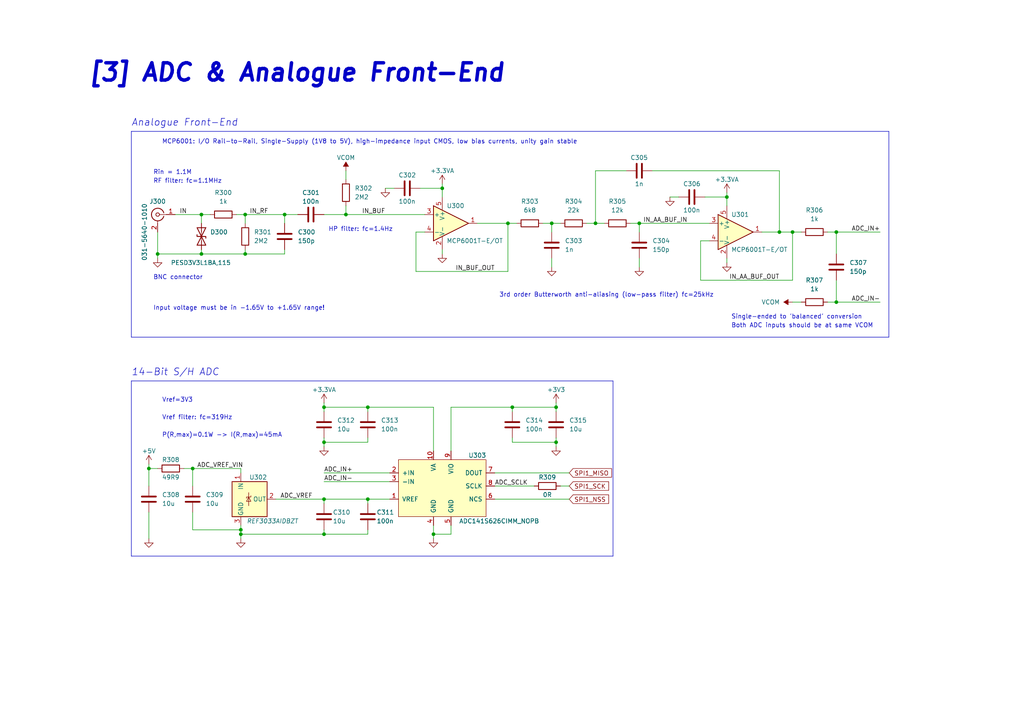
<source format=kicad_sch>
(kicad_sch (version 20230121) (generator eeschema)
  (paper "A4")
  (title_block (title "Mixed-Signal Demo PCB") (rev "0.1") (company "Phil's Lab"))
  (lib_symbols
    (symbol "Amplifier_Operational:MCP6001-OT" (pin_names (offset 0.127))
      (property "Reference" "U" (at -1.27 6.35 0))
      (property "Value" "MCP6001-OT" (at -1.27 3.81 0))
      (symbol "MCP6001-OT_0_1"
        (polyline (pts (xy -5.08 5.08) (xy 5.08 0) (xy -5.08 -5.08) (xy -5.08 5.08)) (stroke (width 0.254)) (fill (type background)))
        (pin power_in line (at -2.54 -7.62 90) (length 3.81) (name "V-") (number "2"))
        (pin power_in line (at -2.54 7.62 270) (length 3.81) (name "V+") (number "5"))
      )
      (symbol "MCP6001-OT_1_1"
        (pin output line (at 7.62 0 180) (length 2.54) (name "~") (number "1"))
        (pin input line (at -7.62 2.54 0) (length 2.54) (name "+") (number "3"))
        (pin input line (at -7.62 -2.54 0) (length 2.54) (name "-") (number "4"))
      )
    )
    (symbol "Connector:Conn_Coaxial" (pin_names (offset 1.016) hide)
      (property "Reference" "J" (at 0.254 3.048 0))
      (property "Value" "Conn_Coaxial" (at 2.921 0 90))
      (symbol "Conn_Coaxial_0_1"
        (arc (start -1.778 -0.508) (mid 0.2311 -1.8066) (end 1.778 0) (stroke (width 0.254)))
        (polyline (pts (xy -2.54 0) (xy -0.508 0)))
        (polyline (pts (xy 0 -2.54) (xy 0 -1.778)))
        (circle (center 0 0) (radius 0.508) (stroke (width 0.2032)))
        (arc (start 1.778 0) (mid 0.2099 1.8101) (end -1.778 0.508) (stroke (width 0.254)))
      )
      (symbol "Conn_Coaxial_1_1"
        (pin passive line (at -5.08 0 0) (length 2.54) (name "In") (number "1"))
        (pin passive line (at 0 -5.08 90) (length 2.54) (name "Ext") (number "2"))
      )
    )
    (symbol "Device:C" (pin_numbers hide) (pin_names (offset 0.254))
      (property "Reference" "C" (at 0.635 2.54 0))
      (property "Value" "C" (at 0.635 -2.54 0))
      (symbol "C_0_1"
        (polyline (pts (xy -2.032 -0.762) (xy 2.032 -0.762)) (stroke (width 0.508)))
        (polyline (pts (xy -2.032 0.762) (xy 2.032 0.762)) (stroke (width 0.508)))
      )
      (symbol "C_1_1"
        (pin passive line (at 0 3.81 270) (length 2.794) (name "~") (number "1"))
        (pin passive line (at 0 -3.81 90) (length 2.794) (name "~") (number "2"))
      )
    )
    (symbol "Device:D_TVS" (pin_numbers hide) (pin_names (offset 1.016) hide)
      (property "Reference" "D" (at 0 2.54 0))
      (property "Value" "D_TVS" (at 0 -2.54 0))
      (symbol "D_TVS_0_1"
        (polyline (pts (xy 1.27 0) (xy -1.27 0)))
        (polyline (pts (xy 0.508 1.27) (xy 0 1.27) (xy 0 -1.27) (xy -0.508 -1.27)) (stroke (width 0.254)))
        (polyline (pts (xy -2.54 1.27) (xy -2.54 -1.27) (xy 2.54 1.27) (xy 2.54 -1.27) (xy -2.54 1.27)) (stroke (width 0.254)))
      )
      (symbol "D_TVS_1_1"
        (pin passive line (at -3.81 0 0) (length 2.54) (name "A1") (number "1"))
        (pin passive line (at 3.81 0 180) (length 2.54) (name "A2") (number "2"))
      )
    )
    (symbol "Device:R" (pin_numbers hide) (pin_names (offset 0))
      (property "Reference" "R" (at 2.032 0 90))
      (property "Value" "R" (at 0 0 90))
      (symbol "R_0_1"
        (rectangle (start -1.016 -2.54) (end 1.016 2.54) (stroke (width 0.254)))
      )
      (symbol "R_1_1"
        (pin passive line (at 0 3.81 270) (length 1.27) (name "~") (number "1"))
        (pin passive line (at 0 -3.81 90) (length 1.27) (name "~") (number "2"))
      )
    )
    (symbol "PhilsLab-KiCad-Symbols:ADC141S626CIMM_NOPB" (pin_names (offset 1.016))
      (property "Reference" "U" (at 11.43 10.16 0))
      (property "Value" "PhilsLab-KiCad-Symbols_ADC141S626CIMM_NOPB" (at 16.51 -8.89 0))
      (symbol "ADC141S626CIMM_NOPB_0_0"
        (pin input line (at -15.24 -2.54 0) (length 2.54) (name "VREF") (number "1"))
        (pin power_in line (at -2.54 11.43 270) (length 2.54) (name "VA") (number "10"))
        (pin input line (at -15.24 5.08 0) (length 2.54) (name "+IN") (number "2"))
        (pin input line (at -15.24 2.54 0) (length 2.54) (name "-IN") (number "3"))
        (pin power_in line (at -2.54 -10.16 90) (length 2.54) (name "GND") (number "4"))
        (pin power_in line (at 2.54 -10.16 90) (length 2.54) (name "GND") (number "5"))
        (pin input line (at 15.24 -2.54 180) (length 2.54) (name "NCS") (number "6"))
        (pin output line (at 15.24 5.08 180) (length 2.54) (name "DOUT") (number "7"))
        (pin input line (at 15.24 1.27 180) (length 2.54) (name "SCLK") (number "8"))
        (pin power_in line (at 2.54 11.43 270) (length 2.54) (name "VIO") (number "9"))
      )
      (symbol "ADC141S626CIMM_NOPB_0_1"
        (rectangle (start -12.7 8.89) (end 12.7 -7.62) (fill (type background)))
      )
    )
    (symbol "Reference_Voltage:REF3033" (pin_names (offset 0.254))
      (property "Reference" "U" (at 0 6.35 0))
      (property "Value" "REF3033" (at 2.54 -6.35 0))
      (symbol "REF3033_0_1"
        (rectangle (start -5.08 5.08) (end 5.08 -5.08) (stroke (width 0.254)) (fill (type background)))
        (polyline (pts (xy -0.254 1.905) (xy -0.254 -1.905)))
        (polyline (pts (xy -0.889 -0.635) (xy 0.381 -0.635) (xy -0.254 0.635) (xy -0.889 -0.635)))
        (polyline (pts (xy 0.381 1.016) (xy 0.381 0.635) (xy -0.889 0.635) (xy -0.889 0.254)))
      )
      (symbol "REF3033_1_1"
        (pin power_in line (at -2.54 7.62 270) (length 2.54) (name "IN") (number "1"))
        (pin power_out line (at 7.62 0 180) (length 2.54) (name "OUT") (number "2"))
        (pin power_in line (at -2.54 -7.62 90) (length 2.54) (name "GND") (number "3"))
      )
    )
    (symbol "power:+3.3VA" (power) (pin_names (offset 0))
      (property "Value" "+3.3VA" (at 0 3.556 0))
      (symbol "+3.3VA_0_1"
        (polyline (pts (xy -0.762 1.27) (xy 0 2.54)))
        (polyline (pts (xy 0 0) (xy 0 2.54)))
        (polyline (pts (xy 0 2.54) (xy 0.762 1.27)))
      )
      (symbol "+3.3VA_1_1"
        (pin power_in line (at 0 0 90) (length 0) hide (name "+3.3VA") (number "1"))
      )
    )
    (symbol "power:+3V3" (power) (pin_names (offset 0))
      (property "Value" "+3V3" (at 0 3.556 0))
      (symbol "+3V3_0_1"
        (polyline (pts (xy -0.762 1.27) (xy 0 2.54)))
        (polyline (pts (xy 0 0) (xy 0 2.54)))
        (polyline (pts (xy 0 2.54) (xy 0.762 1.27)))
      )
      (symbol "+3V3_1_1"
        (pin power_in line (at 0 0 90) (length 0) hide (name "+3V3") (number "1"))
      )
    )
    (symbol "power:+5V" (power) (pin_names (offset 0))
      (property "Value" "+5V" (at 0 3.556 0))
      (symbol "+5V_0_1"
        (polyline (pts (xy -0.762 1.27) (xy 0 2.54)))
        (polyline (pts (xy 0 0) (xy 0 2.54)))
        (polyline (pts (xy 0 2.54) (xy 0.762 1.27)))
      )
      (symbol "+5V_1_1"
        (pin power_in line (at 0 0 90) (length 0) hide (name "+5V") (number "1"))
      )
    )
    (symbol "power:GND" (power) (pin_names (offset 0))
      (property "Value" "GND" (at 0 -3.81 0))
      (symbol "GND_0_1"
        (polyline (pts (xy 0 0) (xy 0 -1.27) (xy 1.27 -1.27) (xy 0 -2.54) (xy -1.27 -1.27) (xy 0 -1.27)))
      )
      (symbol "GND_1_1"
        (pin power_in line (at 0 0 270) (length 0) hide (name "GND") (number "1"))
      )
    )
    (symbol "power:VCOM" (power) (pin_names (offset 0))
      (property "Value" "VCOM" (at 0 3.81 0))
      (symbol "VCOM_0_1"
        (polyline (pts (xy 0 0) (xy 0 2.54)))
        (polyline (pts (xy 0.762 1.27) (xy -0.762 1.27) (xy 0 2.54) (xy 0.762 1.27)) (fill (type outline)))
      )
      (symbol "VCOM_1_1"
        (pin power_in line (at 0 0 90) (length 0) hide (name "VCOM") (number "1"))
      )
    )
  )
  (junction (at 210.82 57.15))
  (junction (at 242.57 87.63))
  (junction (at 43.18 135.89))
  (junction (at 161.29 118.11))
  (junction (at 45.72 73.66))
  (junction (at 100.33 62.23))
  (junction (at 185.42 64.77))
  (junction (at 93.98 128.27))
  (junction (at 125.73 154.94))
  (junction (at 58.42 73.66))
  (junction (at 71.12 62.23))
  (junction (at 55.88 135.89))
  (junction (at 148.59 118.11))
  (junction (at 82.55 62.23))
  (junction (at 106.68 118.11))
  (junction (at 58.42 62.23))
  (junction (at 69.85 153.67))
  (junction (at 69.85 154.94))
  (junction (at 128.27 54.61))
  (junction (at 229.87 67.31))
  (junction (at 93.98 154.94))
  (junction (at 71.12 73.66))
  (junction (at 226.06 67.31))
  (junction (at 172.72 64.77))
  (junction (at 147.32 64.77))
  (junction (at 106.68 144.78))
  (junction (at 161.29 128.27))
  (junction (at 242.57 67.31))
  (junction (at 160.02 64.77))
  (junction (at 93.98 118.11))
  (junction (at 93.98 144.78))
  (wire (pts (xy 55.88 148.59) (xy 55.88 153.67)))
  (wire (pts (xy 120.65 78.74) (xy 147.32 78.74)))
  (wire (pts (xy 242.57 81.28) (xy 242.57 87.63)))
  (wire (pts (xy 71.12 62.23) (xy 82.55 62.23)))
  (wire (pts (xy 100.33 49.53) (xy 100.33 52.07)))
  (wire (pts (xy 128.27 73.66) (xy 128.27 72.39)))
  (wire (pts (xy 106.68 146.05) (xy 106.68 144.78)))
  (wire (pts (xy 43.18 140.97) (xy 43.18 135.89)))
  (wire (pts (xy 185.42 64.77) (xy 182.88 64.77)))
  (wire (pts (xy 172.72 49.53) (xy 181.61 49.53)))
  (wire (pts (xy 147.32 78.74) (xy 147.32 64.77)))
  (wire (pts (xy 71.12 62.23) (xy 68.58 62.23)))
  (wire (pts (xy 205.74 69.85) (xy 203.2 69.85)))
  (polyline (pts (xy 38.1 38.1) (xy 257.81 38.1)))
  (wire (pts (xy 162.56 64.77) (xy 160.02 64.77)))
  (wire (pts (xy 229.87 67.31) (xy 226.06 67.31)))
  (wire (pts (xy 58.42 73.66) (xy 71.12 73.66)))
  (wire (pts (xy 130.81 152.4) (xy 130.81 154.94)))
  (wire (pts (xy 203.2 69.85) (xy 203.2 81.28)))
  (wire (pts (xy 58.42 72.39) (xy 58.42 73.66)))
  (wire (pts (xy 123.19 67.31) (xy 120.65 67.31)))
  (wire (pts (xy 69.85 135.89) (xy 69.85 137.16)))
  (wire (pts (xy 93.98 154.94) (xy 69.85 154.94)))
  (wire (pts (xy 86.36 62.23) (xy 82.55 62.23)))
  (wire (pts (xy 58.42 62.23) (xy 60.96 62.23)))
  (wire (pts (xy 80.01 144.78) (xy 93.98 144.78)))
  (wire (pts (xy 71.12 64.77) (xy 71.12 62.23)))
  (wire (pts (xy 93.98 154.94) (xy 106.68 154.94)))
  (wire (pts (xy 143.51 144.78) (xy 165.1 144.78)))
  (wire (pts (xy 55.88 135.89) (xy 69.85 135.89)))
  (wire (pts (xy 71.12 73.66) (xy 71.12 72.39)))
  (wire (pts (xy 161.29 116.84) (xy 161.29 118.11)))
  (wire (pts (xy 43.18 134.62) (xy 43.18 135.89)))
  (wire (pts (xy 255.27 67.31) (xy 242.57 67.31)))
  (wire (pts (xy 148.59 119.38) (xy 148.59 118.11)))
  (wire (pts (xy 160.02 74.93) (xy 160.02 77.47)))
  (wire (pts (xy 55.88 153.67) (xy 69.85 153.67)))
  (wire (pts (xy 69.85 153.67) (xy 69.85 154.94)))
  (wire (pts (xy 71.12 73.66) (xy 82.55 73.66)))
  (wire (pts (xy 55.88 140.97) (xy 55.88 135.89)))
  (wire (pts (xy 45.72 73.66) (xy 45.72 67.31)))
  (wire (pts (xy 210.82 57.15) (xy 210.82 55.88)))
  (wire (pts (xy 93.98 139.7) (xy 113.03 139.7)))
  (wire (pts (xy 43.18 135.89) (xy 45.72 135.89)))
  (wire (pts (xy 93.98 62.23) (xy 100.33 62.23)))
  (wire (pts (xy 172.72 64.77) (xy 172.72 49.53)))
  (wire (pts (xy 148.59 128.27) (xy 148.59 127)))
  (wire (pts (xy 45.72 74.93) (xy 45.72 73.66)))
  (wire (pts (xy 100.33 62.23) (xy 100.33 59.69)))
  (polyline (pts (xy 177.8 161.29) (xy 38.1 161.29)))
  (wire (pts (xy 160.02 67.31) (xy 160.02 64.77)))
  (wire (pts (xy 121.92 54.61) (xy 128.27 54.61)))
  (wire (pts (xy 125.73 156.21) (xy 125.73 154.94)))
  (wire (pts (xy 161.29 129.54) (xy 161.29 128.27)))
  (polyline (pts (xy 257.81 97.79) (xy 38.1 97.79)))
  (wire (pts (xy 143.51 137.16) (xy 165.1 137.16)))
  (wire (pts (xy 175.26 64.77) (xy 172.72 64.77)))
  (wire (pts (xy 154.94 140.97) (xy 143.51 140.97)))
  (wire (pts (xy 149.86 64.77) (xy 147.32 64.77)))
  (wire (pts (xy 58.42 64.77) (xy 58.42 62.23)))
  (wire (pts (xy 106.68 119.38) (xy 106.68 118.11)))
  (wire (pts (xy 106.68 154.94) (xy 106.68 153.67)))
  (wire (pts (xy 185.42 74.93) (xy 185.42 77.47)))
  (wire (pts (xy 226.06 67.31) (xy 220.98 67.31)))
  (wire (pts (xy 226.06 49.53) (xy 226.06 67.31)))
  (wire (pts (xy 113.03 137.16) (xy 93.98 137.16)))
  (wire (pts (xy 161.29 128.27) (xy 148.59 128.27)))
  (wire (pts (xy 93.98 128.27) (xy 106.68 128.27)))
  (wire (pts (xy 43.18 156.21) (xy 43.18 148.59)))
  (wire (pts (xy 161.29 128.27) (xy 161.29 127)))
  (wire (pts (xy 93.98 146.05) (xy 93.98 144.78)))
  (wire (pts (xy 93.98 118.11) (xy 106.68 118.11)))
  (wire (pts (xy 58.42 73.66) (xy 45.72 73.66)))
  (wire (pts (xy 232.41 67.31) (xy 229.87 67.31)))
  (wire (pts (xy 128.27 54.61) (xy 128.27 57.15)))
  (wire (pts (xy 204.47 57.15) (xy 210.82 57.15)))
  (polyline (pts (xy 38.1 110.49) (xy 177.8 110.49)))
  (wire (pts (xy 93.98 144.78) (xy 106.68 144.78)))
  (wire (pts (xy 229.87 81.28) (xy 229.87 67.31)))
  (wire (pts (xy 50.8 62.23) (xy 58.42 62.23)))
  (wire (pts (xy 172.72 64.77) (xy 170.18 64.77)))
  (polyline (pts (xy 257.81 38.1) (xy 257.81 97.79)))
  (wire (pts (xy 242.57 67.31) (xy 240.03 67.31)))
  (polyline (pts (xy 177.8 110.49) (xy 177.8 161.29)))
  (wire (pts (xy 100.33 62.23) (xy 123.19 62.23)))
  (wire (pts (xy 125.73 154.94) (xy 130.81 154.94)))
  (wire (pts (xy 205.74 64.77) (xy 185.42 64.77)))
  (wire (pts (xy 93.98 119.38) (xy 93.98 118.11)))
  (wire (pts (xy 130.81 118.11) (xy 130.81 130.81)))
  (wire (pts (xy 210.82 76.2) (xy 210.82 74.93)))
  (wire (pts (xy 161.29 119.38) (xy 161.29 118.11)))
  (wire (pts (xy 210.82 57.15) (xy 210.82 59.69)))
  (wire (pts (xy 120.65 67.31) (xy 120.65 78.74)))
  (polyline (pts (xy 38.1 110.49) (xy 38.1 161.29)))
  (wire (pts (xy 53.34 135.89) (xy 55.88 135.89)))
  (wire (pts (xy 255.27 87.63) (xy 242.57 87.63)))
  (wire (pts (xy 161.29 118.11) (xy 148.59 118.11)))
  (wire (pts (xy 93.98 118.11) (xy 93.98 116.84)))
  (wire (pts (xy 189.23 49.53) (xy 226.06 49.53)))
  (wire (pts (xy 165.1 140.97) (xy 162.56 140.97)))
  (wire (pts (xy 106.68 118.11) (xy 125.73 118.11)))
  (wire (pts (xy 194.31 57.15) (xy 196.85 57.15)))
  (wire (pts (xy 106.68 128.27) (xy 106.68 127)))
  (wire (pts (xy 93.98 154.94) (xy 93.98 153.67)))
  (wire (pts (xy 185.42 67.31) (xy 185.42 64.77)))
  (wire (pts (xy 93.98 129.54) (xy 93.98 128.27)))
  (wire (pts (xy 203.2 81.28) (xy 229.87 81.28)))
  (wire (pts (xy 147.32 64.77) (xy 138.43 64.77)))
  (polyline (pts (xy 38.1 97.79) (xy 38.1 38.1)))
  (wire (pts (xy 229.87 87.63) (xy 232.41 87.63)))
  (wire (pts (xy 128.27 54.61) (xy 128.27 53.34)))
  (wire (pts (xy 69.85 152.4) (xy 69.85 153.67)))
  (wire (pts (xy 82.55 73.66) (xy 82.55 72.39)))
  (wire (pts (xy 148.59 118.11) (xy 130.81 118.11)))
  (wire (pts (xy 69.85 154.94) (xy 69.85 156.21)))
  (wire (pts (xy 242.57 87.63) (xy 240.03 87.63)))
  (wire (pts (xy 125.73 118.11) (xy 125.73 130.81)))
  (wire (pts (xy 82.55 64.77) (xy 82.55 62.23)))
  (wire (pts (xy 242.57 73.66) (xy 242.57 67.31)))
  (wire (pts (xy 160.02 64.77) (xy 157.48 64.77)))
  (wire (pts (xy 111.76 54.61) (xy 114.3 54.61)))
  (wire (pts (xy 93.98 128.27) (xy 93.98 127)))
  (wire (pts (xy 125.73 152.4) (xy 125.73 154.94)))
  (wire (pts (xy 106.68 144.78) (xy 113.03 144.78)))
  (text "HP filter: fc=1.4Hz" (at 95.25 67.31 0) (effects (font (size 1.27 1.27)) (justify left bottom)))
  (text "Both ADC inputs should be at same VCOM" (at 212.09 95.25 0) (effects (font (size 1.27 1.27)) (justify left bottom)))
  (text "BNC connector" (at 44.45 81.28 0) (effects (font (size 1.27 1.27)) (justify left bottom)))
  (text "Rin = 1.1M" (at 44.45 50.8 0) (effects (font (size 1.27 1.27)) (justify left bottom)))
  (text "14-Bit S/H ADC" (at 38.1 109.22 0) (effects (font (size 2.0066 2.0066) italic) (justify left bottom)))
  (text "Vref filter: fc=319Hz" (at 46.99 121.92 0) (effects (font (size 1.27 1.27)) (justify left bottom)))
  (text "Input voltage must be in -1.65V to +1.65V range!" (at 44.45 90.17 0) (effects (font (size 1.27 1.27)) (justify left bottom)))
  (text "Analogue Front-End" (at 38.1 36.83 0) (effects (font (size 2.0066 2.0066) italic) (justify left bottom)))
  (text "Single-ended to 'balanced' conversion" (at 212.09 92.71 0) (effects (font (size 1.27 1.27)) (justify left bottom)))
  (text "RF filter: fc=1.1MHz" (at 44.45 53.34 0) (effects (font (size 1.27 1.27)) (justify left bottom)))
  (text "3rd order Butterworth anti-aliasing (low-pass filter) fc=25kHz" (at 144.78 86.36 0) (effects (font (size 1.27 1.27)) (justify left bottom)))
  (text "MCP6001: I/O Rail-to-Rail, Single-Supply (1V8 to 5V), high-impedance input CMOS, low bias currents, unity gain stable" (at 46.99 41.91 0) (effects (font (size 1.27 1.27)) (justify left bottom)))
  (text "P(R,max)=0.1W -> I(R,max)=45mA" (at 46.99 127 0) (effects (font (size 1.27 1.27)) (justify left bottom)))
  (text "Vref=3V3" (at 46.99 116.84 0) (effects (font (size 1.27 1.27)) (justify left bottom)))
  (text "[3] ADC & Analogue Front-End" (at 25.4 24.13 0) (effects (font (size 5.0038 5.0038) (thickness 1.0008) bold italic) (justify left bottom)))
  (label "IN_RF" (at 72.39 62.23 0))
  (label "IN_BUF_OUT" (at 143.51 78.74 180))
  (label "ADC_IN-" (at 93.98 139.7 0))
  (label "ADC_IN+" (at 255.27 67.31 180))
  (label "IN_AA_BUF_IN" (at 199.39 64.77 180))
  (label "ADC_SCLK" (at 143.51 140.97 0))
  (label "ADC_VREF" (at 81.28 144.78 0))
  (label "ADC_IN-" (at 255.27 87.63 180))
  (label "IN_BUF" (at 111.76 62.23 180))
  (label "IN_AA_BUF_OUT" (at 226.06 81.28 180))
  (label "ADC_VREF_VIN" (at 57.15 135.89 0))
  (label "ADC_IN+" (at 93.98 137.16 0))
  (label "IN" (at 52.07 62.23 0))
  (global_label "SPI1_MISO" (shape input) (at 165.1 137.16 0) (property "Intersheetrefs" "${INTERSHEET_REFS}" (effects hide)))
  (global_label "SPI1_SCK" (shape input) (at 165.1 140.97 0) (property "Intersheetrefs" "${INTERSHEET_REFS}" (effects hide)))
  (global_label "SPI1_NSS" (shape input) (at 165.1 144.78 0) (property "Intersheetrefs" "${INTERSHEET_REFS}" (effects hide)))
  (symbol (lib_id "PhilsLab-KiCad-Symbols:ADC141S626CIMM_NOPB") (at 128.27 142.24 0) (unit 1)
    (property "Reference" "U303" (at 138.43 132.08 0))
    (property "Value" "ADC141S626CIMM_NOPB" (at 144.78 151.13 0))
    (property "Footprint" "ADC141S626CIMM:SOP50P490X110-10N" (effects hide))
  )
  (symbol (lib_id "power:+3V3") (at 161.29 116.84 0) (unit 1)
    (property "Reference" "#PWR053" (effects hide))
    (property "Value" "+3V3" (at 161.29 113.03 0))
  )
  (symbol (lib_id "Device:C") (at 148.59 123.19 0) (unit 1)
    (property "Reference" "C314" (at 152.4 121.92 0) (effects (justify left)))
    (property "Value" "100n" (at 152.4 124.46 0) (effects (justify left)))
    (property "Footprint" "Capacitor_SMD:C_0402_1005Metric" (effects hide))
  )
  (symbol (lib_id "Device:R") (at 158.75 140.97 270) (unit 1)
    (property "Reference" "R309" (at 158.75 138.43 90))
    (property "Value" "0R" (at 158.75 143.51 90))
    (property "Footprint" "Resistor_SMD:R_0402_1005Metric" (effects hide))
  )
  (symbol (lib_id "power:GND") (at 125.73 156.21 0) (unit 1)
    (property "Reference" "#PWR059" (effects hide))
    (property "Value" "GND" (effects hide))
  )
  (symbol (lib_id "Device:C") (at 161.29 123.19 0) (unit 1)
    (property "Reference" "C315" (at 165.1 121.92 0) (effects (justify left)))
    (property "Value" "10u" (at 165.1 124.46 0) (effects (justify left)))
    (property "Footprint" "Capacitor_SMD:C_0603_1608Metric" (effects hide))
  )
  (symbol (lib_id "power:GND") (at 161.29 129.54 0) (unit 1)
    (property "Reference" "#PWR055" (effects hide))
    (property "Value" "GND" (effects hide))
  )
  (symbol (lib_id "Device:C") (at 106.68 123.19 0) (unit 1)
    (property "Reference" "C313" (at 110.49 121.92 0) (effects (justify left)))
    (property "Value" "100n" (at 110.49 124.46 0) (effects (justify left)))
    (property "Footprint" "Capacitor_SMD:C_0402_1005Metric" (effects hide))
  )
  (symbol (lib_id "Device:C") (at 93.98 123.19 0) (unit 1)
    (property "Reference" "C312" (at 97.79 121.92 0) (effects (justify left)))
    (property "Value" "10u" (at 97.79 124.46 0) (effects (justify left)))
    (property "Footprint" "Capacitor_SMD:C_0603_1608Metric" (effects hide))
  )
  (symbol (lib_id "power:GND") (at 93.98 129.54 0) (unit 1)
    (property "Reference" "#PWR054" (effects hide))
    (property "Value" "GND" (effects hide))
  )
  (symbol (lib_id "Device:C") (at 106.68 149.86 0) (unit 1)
    (property "Reference" "C311" (at 109.22 148.59 0) (effects (justify left)))
    (property "Value" "100n" (at 109.22 151.13 0) (effects (justify left)))
    (property "Footprint" "Capacitor_SMD:C_0402_1005Metric" (effects hide))
  )
  (symbol (lib_id "Device:C") (at 93.98 149.86 0) (unit 1)
    (property "Reference" "C310" (at 96.52 148.59 0) (effects (justify left)))
    (property "Value" "10u" (at 96.52 151.13 0) (effects (justify left)))
    (property "Footprint" "Capacitor_SMD:C_0603_1608Metric" (effects hide))
  )
  (symbol (lib_id "power:GND") (at 69.85 156.21 0) (unit 1)
    (property "Reference" "#PWR058" (effects hide))
    (property "Value" "GND" (effects hide))
  )
  (symbol (lib_id "Amplifier_Operational:MCP6001-OT") (at 130.81 64.77 0) (unit 1)
    (property "Reference" "U300" (at 129.54 59.69 0) (effects (justify left)))
    (property "Value" "MCP6001T-E/OT" (at 129.54 69.85 0) (effects (justify left)))
    (property "Footprint" "Package_TO_SOT_SMD:SOT-23-5" (effects hide))
    (property "Datasheet" "http://ww1.microchip.com/downloads/en/DeviceDoc/21733j.pdf" (effects hide))
  )
  (symbol (lib_id "Device:C") (at 118.11 54.61 270) (unit 1)
    (property "Reference" "C302" (at 115.57 50.8 90) (effects (justify left)))
    (property "Value" "100n" (at 115.57 58.42 90) (effects (justify left)))
    (property "Footprint" "Capacitor_SMD:C_0402_1005Metric" (effects hide))
  )
  (symbol (lib_id "power:GND") (at 128.27 73.66 0) (unit 1)
    (property "Reference" "#PWR046" (effects hide))
    (property "Value" "GND" (effects hide))
  )
  (symbol (lib_id "power:GND") (at 111.76 54.61 0) (unit 1)
    (property "Reference" "#PWR043" (effects hide))
    (property "Value" "GND" (effects hide))
  )
  (symbol (lib_id "Device:R") (at 64.77 62.23 270) (unit 1)
    (property "Reference" "R300" (at 64.77 55.88 90))
    (property "Value" "1k" (at 64.77 58.42 90))
    (property "Footprint" "Resistor_SMD:R_0402_1005Metric" (effects hide))
    (property "Mouser Link" "https://www.mouser.com/ProductDetail/Vishay-Dale/CRCW04021K00FKEDC?qs=E3Y5ESvWgWMj5mY%252BhDIyqg%3D%3D" (effects hide))
  )
  (symbol (lib_id "Device:R") (at 71.12 68.58 180) (unit 1)
    (property "Reference" "R301" (at 73.66 67.31 0) (effects (justify right)))
    (property "Value" "2M2" (at 73.66 69.85 0) (effects (justify right)))
    (property "Footprint" "Resistor_SMD:R_0402_1005Metric" (effects hide))
  )
  (symbol (lib_id "Device:C") (at 82.55 68.58 0) (unit 1)
    (property "Reference" "C300" (at 86.36 67.31 0) (effects (justify left)))
    (property "Value" "150p" (at 86.36 69.85 0) (effects (justify left)))
    (property "Footprint" "Capacitor_SMD:C_0402_1005Metric" (effects hide))
  )
  (symbol (lib_id "power:GND") (at 45.72 74.93 0) (unit 1)
    (property "Reference" "#PWR047" (effects hide))
    (property "Value" "GND" (effects hide))
  )
  (symbol (lib_id "Device:C") (at 90.17 62.23 270) (unit 1)
    (property "Reference" "C301" (at 87.63 55.88 90) (effects (justify left)))
    (property "Value" "100n" (at 87.63 58.42 90) (effects (justify left)))
    (property "Footprint" "Capacitor_SMD:C_0402_1005Metric" (effects hide))
  )
  (symbol (lib_id "power:VCOM") (at 100.33 49.53 0) (unit 1)
    (property "Reference" "#PWR041" (effects hide))
    (property "Value" "VCOM" (at 100.33 45.72 0))
  )
  (symbol (lib_id "Device:R") (at 100.33 55.88 180) (unit 1)
    (property "Reference" "R302" (at 102.87 54.61 0) (effects (justify right)))
    (property "Value" "2M2" (at 102.87 57.15 0) (effects (justify right)))
    (property "Footprint" "Resistor_SMD:R_0402_1005Metric" (effects hide))
  )
  (symbol (lib_id "Amplifier_Operational:MCP6001-OT") (at 213.36 67.31 0) (unit 1)
    (property "Reference" "U301" (at 212.09 62.23 0) (effects (justify left)))
    (property "Value" "MCP6001T-E/OT" (at 212.09 72.39 0) (effects (justify left)))
    (property "Footprint" "Package_TO_SOT_SMD:SOT-23-5" (effects hide))
    (property "Datasheet" "http://ww1.microchip.com/downloads/en/DeviceDoc/21733j.pdf" (effects hide))
  )
  (symbol (lib_id "Device:C") (at 200.66 57.15 270) (unit 1)
    (property "Reference" "C306" (at 198.12 53.34 90) (effects (justify left)))
    (property "Value" "100n" (at 198.12 60.96 90) (effects (justify left)))
    (property "Footprint" "Capacitor_SMD:C_0402_1005Metric" (effects hide))
  )
  (symbol (lib_id "power:GND") (at 210.82 76.2 0) (unit 1)
    (property "Reference" "#PWR048" (effects hide))
    (property "Value" "GND" (effects hide))
  )
  (symbol (lib_id "power:GND") (at 194.31 57.15 0) (unit 1)
    (property "Reference" "#PWR045" (effects hide))
    (property "Value" "GND" (effects hide))
  )
  (symbol (lib_id "Device:R") (at 153.67 64.77 270) (unit 1)
    (property "Reference" "R303" (at 153.67 58.42 90))
    (property "Value" "6k8" (at 153.67 60.96 90))
    (property "Footprint" "Resistor_SMD:R_0402_1005Metric" (effects hide))
  )
  (symbol (lib_id "Device:C") (at 160.02 71.12 0) (unit 1)
    (property "Reference" "C303" (at 163.83 69.85 0) (effects (justify left)))
    (property "Value" "1n" (at 163.83 72.39 0) (effects (justify left)))
    (property "Footprint" "Capacitor_SMD:C_0402_1005Metric" (effects hide))
  )
  (symbol (lib_id "Device:R") (at 166.37 64.77 270) (unit 1)
    (property "Reference" "R304" (at 166.37 58.42 90))
    (property "Value" "22k" (at 166.37 60.96 90))
    (property "Footprint" "Resistor_SMD:R_0402_1005Metric" (effects hide))
  )
  (symbol (lib_id "power:GND") (at 160.02 77.47 0) (unit 1)
    (property "Reference" "#PWR049" (effects hide))
    (property "Value" "GND" (effects hide))
  )
  (symbol (lib_id "Device:R") (at 179.07 64.77 270) (unit 1)
    (property "Reference" "R305" (at 179.07 58.42 90))
    (property "Value" "12k" (at 179.07 60.96 90))
    (property "Footprint" "Resistor_SMD:R_0402_1005Metric" (effects hide))
  )
  (symbol (lib_id "Device:C") (at 185.42 71.12 0) (unit 1)
    (property "Reference" "C304" (at 189.23 69.85 0) (effects (justify left)))
    (property "Value" "150p" (at 189.23 72.39 0) (effects (justify left)))
    (property "Footprint" "Capacitor_SMD:C_0402_1005Metric" (effects hide))
  )
  (symbol (lib_id "Device:R") (at 236.22 67.31 270) (unit 1)
    (property "Reference" "R306" (at 236.22 60.96 90))
    (property "Value" "1k" (at 236.22 63.5 90))
    (property "Footprint" "Resistor_SMD:R_0402_1005Metric" (effects hide))
  )
  (symbol (lib_id "Device:R") (at 236.22 87.63 270) (unit 1)
    (property "Reference" "R307" (at 236.22 81.28 90))
    (property "Value" "1k" (at 236.22 83.82 90))
    (property "Footprint" "Resistor_SMD:R_0402_1005Metric" (effects hide))
  )
  (symbol (lib_id "Device:C") (at 242.57 77.47 0) (unit 1)
    (property "Reference" "C307" (at 246.38 76.2 0) (effects (justify left)))
    (property "Value" "150p" (at 246.38 78.74 0) (effects (justify left)))
    (property "Footprint" "Capacitor_SMD:C_0402_1005Metric" (effects hide))
  )
  (symbol (lib_id "power:GND") (at 185.42 77.47 0) (unit 1)
    (property "Reference" "#PWR050" (effects hide))
    (property "Value" "GND" (effects hide))
  )
  (symbol (lib_id "power:VCOM") (at 229.87 87.63 90) (unit 1)
    (property "Reference" "#PWR051" (effects hide))
    (property "Value" "VCOM" (at 223.52 87.63 90))
  )
  (symbol (lib_id "Device:D_TVS") (at 58.42 68.58 270) (unit 1)
    (property "Reference" "D300" (at 60.96 67.31 90) (effects (justify left)))
    (property "Value" "PESD3V3L1BA,115" (at 49.53 76.2 90) (effects (justify left)))
    (property "Footprint" "Diode_SMD:D_SOD-323" (effects hide))
    (property "Mouser Link" "https://www.mouser.com/ProductDetail/771-PESD3V3L1BA-T-R" (effects hide))
  )
  (symbol (lib_id "Connector:Conn_Coaxial") (at 45.72 62.23 0) (mirror y) (unit 1)
    (property "Reference" "J300" (at 45.72 58.42 0))
    (property "Value" "031-5640-1010" (at 41.91 67.31 90))
    (property "Footprint" "abenstirling_kicad:031-5640-1010" (effects hide))
    (property "Datasheet" " ~" (effects hide))
    (property "Mouser Link" "https://www.mouser.com/ProductDetail/Amphenol-RF/031-5640-1010?qs=py4qCovljJ8AWoJP/Inlhw%3D%3D" (effects hide))
  )
  (symbol (lib_id "Reference_Voltage:REF3033") (at 72.39 144.78 0) (unit 1)
    (property "Reference" "U302" (at 77.47 138.43 0) (effects (justify right)))
    (property "Value" "REF3033AIDBZT" (at 86.36 151.13 0) (effects (font italic) (justify right)))
    (property "Footprint" "Package_TO_SOT_SMD:SOT-23" (effects hide))
    (property "Datasheet" "http://www.ti.com/lit/ds/symlink/ref3033.pdf" (effects hide))
  )
  (symbol (lib_id "Device:C") (at 55.88 144.78 0) (unit 1)
    (property "Reference" "C309" (at 59.69 143.51 0) (effects (justify left)))
    (property "Value" "10u" (at 59.69 146.05 0) (effects (justify left)))
    (property "Footprint" "Capacitor_SMD:C_0603_1608Metric" (effects hide))
  )
  (symbol (lib_id "Device:R") (at 49.53 135.89 270) (unit 1)
    (property "Reference" "R308" (at 49.53 133.35 90))
    (property "Value" "49R9" (at 49.53 138.43 90))
    (property "Footprint" "Resistor_SMD:R_0402_1005Metric" (effects hide))
  )
  (symbol (lib_id "Device:C") (at 43.18 144.78 0) (unit 1)
    (property "Reference" "C308" (at 46.99 143.51 0) (effects (justify left)))
    (property "Value" "10u" (at 46.99 146.05 0) (effects (justify left)))
    (property "Footprint" "Capacitor_SMD:C_0603_1608Metric" (effects hide))
  )
  (symbol (lib_id "power:GND") (at 43.18 156.21 0) (unit 1)
    (property "Reference" "#PWR057" (effects hide))
    (property "Value" "GND" (effects hide))
  )
  (symbol (lib_id "power:+5V") (at 43.18 134.62 0) (unit 1)
    (property "Reference" "#PWR056" (effects hide))
    (property "Value" "+5V" (at 43.18 130.81 0))
  )
  (symbol (lib_id "power:+3.3VA") (at 93.98 116.84 0) (unit 1)
    (property "Reference" "#PWR052" (effects hide))
    (property "Value" "+3.3VA" (at 93.98 113.03 0))
  )
  (symbol (lib_id "power:+3.3VA") (at 128.27 53.34 0) (unit 1)
    (property "Reference" "#PWR042" (effects hide))
    (property "Value" "+3.3VA" (at 128.27 49.53 0))
  )
  (symbol (lib_id "power:+3.3VA") (at 210.82 55.88 0) (unit 1)
    (property "Reference" "#PWR044" (effects hide))
    (property "Value" "+3.3VA" (at 210.82 52.07 0))
  )
  (symbol (lib_id "Device:C") (at 185.42 49.53 90) (unit 1)
    (property "Reference" "C305" (at 187.96 45.72 90) (effects (justify left)))
    (property "Value" "1n" (at 186.69 53.34 90) (effects (justify left)))
    (property "Footprint" "Capacitor_SMD:C_0402_1005Metric" (effects hide))
  )
)
</source>
